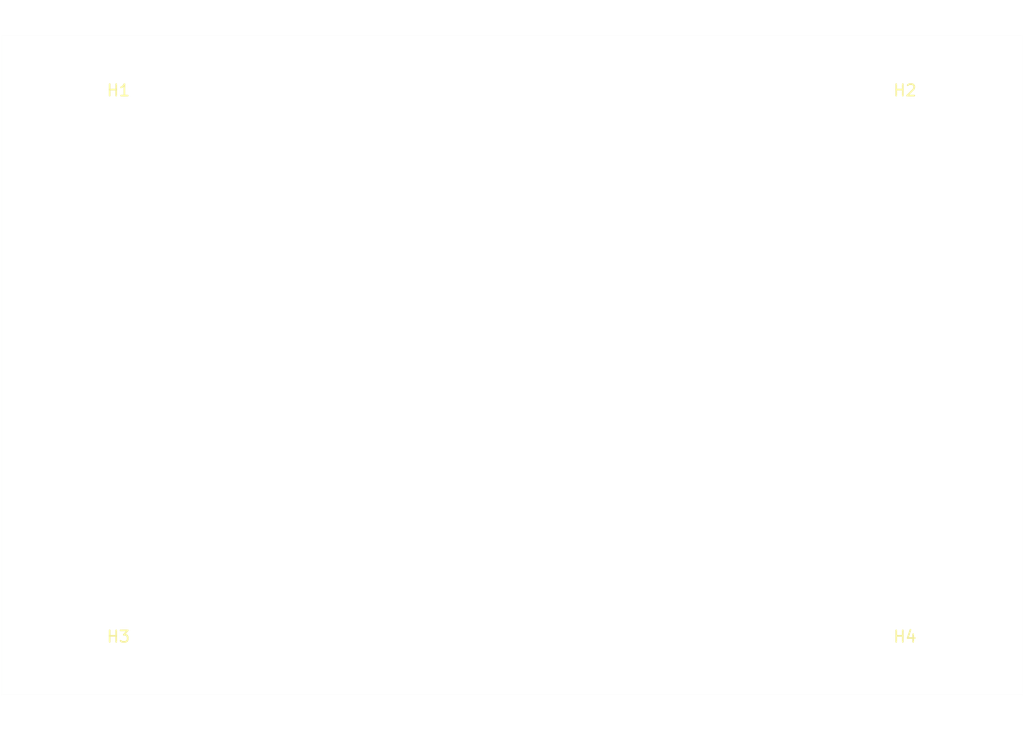
<source format=kicad_pcb>
(kicad_pcb (version 20210228) (generator pcbnew)
  (title_block (title "Enter Title On Page Setting Dialog") (rev "1") (company "KiCAD"))
  (layers (0 "F.Cu" signal) (31 "B.Cu" signal) (34 "B.Paste" user) (35 "F.Paste" user) (36 "B.SilkS" user "B.Silkscreen") (37 "F.SilkS" user "F.Silkscreen") (38 "B.Mask" user) (39 "F.Mask" user) (44 "Edge.Cuts" user))
  (net 0 "")
  (footprint "MountingHole:MountingHole_3.2mm_M3" (layer "F.Cu") (at 106.6 74.5)
    (fp_text reference "H1" (at 5.16 -0.205) (layer "F.SilkS"))
    (fp_text value "MountingHole")
    (pad "1" np_thru_hole circle (at 0 0) (size 3.2 3.2) (drill 3.2) (layers *.Cu *.Mask))
  )
  (footprint "MountingHole:MountingHole_3.2mm_M3" (layer "F.Cu") (at 185.6 74.5)
    (fp_text reference "H2" (at -5.26 -0.205) (layer "F.SilkS"))
    (fp_text value "MountingHole")
    (pad "1" np_thru_hole circle (at 0 0) (size 3.2 3.2) (drill 3.2) (layers *.Cu *.Mask))
  )
  (footprint "MountingHole:MountingHole_3.2mm_M3" (layer "F.Cu") (at 106.6 122)
    (fp_text reference "H3" (at 5.16 -0.08) (layer "F.SilkS"))
    (fp_text value "MountingHole")
    (pad "1" np_thru_hole circle (at 0 0) (size 3.2 3.2) (drill 3.2) (layers *.Cu *.Mask))
  )
  (footprint "MountingHole:MountingHole_3.2mm_M3" (layer "F.Cu") (at 185.6 122)
    (fp_text reference "H4" (at -5.26 -0.08) (layer "F.SilkS"))
    (fp_text value "MountingHole")
    (pad "1" np_thru_hole circle (at 0 0) (size 3.2 3.2) (drill 3.2) (layers *.Cu *.Mask))
  )
  (gr_line (start 101.6 69.499988) (end 101.6 127) (layer "Edge.Cuts") (width 0.00254))
  (gr_line (start 101.6 127) (end 190.6 127) (layer "Edge.Cuts") (width 0.00254))
  (gr_line (start 190.6 69.499988) (end 101.6 69.499988) (layer "Edge.Cuts") (width 0.00254))
  (gr_line (start 190.6 69.499988) (end 190.6 127) (layer "Edge.Cuts") (width 0.00254))
)
</source>
